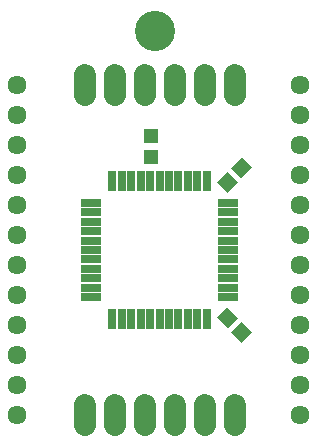
<source format=gts>
G75*
G70*
%OFA0B0*%
%FSLAX24Y24*%
%IPPOS*%
%LPD*%
%AMOC8*
5,1,8,0,0,1.08239X$1,22.5*
%
%ADD10C,0.1340*%
%ADD11C,0.0635*%
%ADD12R,0.0671X0.0277*%
%ADD13R,0.0277X0.0671*%
%ADD14R,0.0513X0.0474*%
%ADD15R,0.0474X0.0513*%
%ADD16C,0.0720*%
G36*
X008885Y004382D02*
X008524Y004743D01*
X008859Y005078D01*
X009220Y004717D01*
X008885Y004382D01*
G37*
G36*
X009359Y003909D02*
X008998Y004270D01*
X009333Y004605D01*
X009694Y004244D01*
X009359Y003909D01*
G37*
G36*
X009220Y009270D02*
X008859Y008909D01*
X008524Y009244D01*
X008885Y009605D01*
X009220Y009270D01*
G37*
G36*
X009694Y009743D02*
X009333Y009382D01*
X008998Y009717D01*
X009359Y010078D01*
X009694Y009743D01*
G37*
D10*
X006459Y014294D03*
D11*
X001859Y001494D03*
X001859Y002494D03*
X001859Y003494D03*
X001859Y004494D03*
X001859Y005494D03*
X001859Y006494D03*
X001859Y007494D03*
X001859Y008494D03*
X001859Y009494D03*
X001859Y010494D03*
X001859Y011494D03*
X001859Y012494D03*
G36*
X009220Y009270D02*
X008859Y008909D01*
X008524Y009244D01*
X008885Y009605D01*
X009220Y009270D01*
G37*
G36*
X009694Y009743D02*
X009333Y009382D01*
X008998Y009717D01*
X009359Y010078D01*
X009694Y009743D01*
G37*
X011284Y009494D03*
X011284Y010494D03*
X011284Y011494D03*
X011284Y012494D03*
X011284Y008494D03*
X011284Y007494D03*
X011284Y006494D03*
X011284Y005494D03*
X011284Y004494D03*
X011284Y003494D03*
X011284Y002494D03*
X011284Y001494D03*
G36*
X009359Y003909D02*
X008998Y004270D01*
X009333Y004605D01*
X009694Y004244D01*
X009359Y003909D01*
G37*
G36*
X008885Y004382D02*
X008524Y004743D01*
X008859Y005078D01*
X009220Y004717D01*
X008885Y004382D01*
G37*
G36*
X008885Y004382D02*
X008524Y004743D01*
X008859Y005078D01*
X009220Y004717D01*
X008885Y004382D01*
G37*
G36*
X009359Y003909D02*
X008998Y004270D01*
X009333Y004605D01*
X009694Y004244D01*
X009359Y003909D01*
G37*
D12*
X008892Y005419D03*
X008892Y005734D03*
X008892Y006049D03*
X008892Y006364D03*
X008892Y006679D03*
X008892Y006994D03*
X008892Y007309D03*
X008892Y007624D03*
X008892Y007939D03*
X008892Y008254D03*
X008892Y008569D03*
G36*
X009220Y009270D02*
X008859Y008909D01*
X008524Y009244D01*
X008885Y009605D01*
X009220Y009270D01*
G37*
G36*
X009694Y009743D02*
X009333Y009382D01*
X008998Y009717D01*
X009359Y010078D01*
X009694Y009743D01*
G37*
X004325Y008569D03*
X004325Y008254D03*
X004325Y007939D03*
X004325Y007624D03*
X004325Y007309D03*
X004325Y006994D03*
X004325Y006679D03*
X004325Y006364D03*
X004325Y006049D03*
X004325Y005734D03*
X004325Y005419D03*
D13*
X005034Y004710D03*
X005349Y004710D03*
X005664Y004710D03*
X005979Y004710D03*
X006294Y004710D03*
X006609Y004710D03*
X006924Y004710D03*
X007239Y004710D03*
X007554Y004710D03*
X007869Y004710D03*
X008184Y004710D03*
G36*
X008885Y004382D02*
X008524Y004743D01*
X008859Y005078D01*
X009220Y004717D01*
X008885Y004382D01*
G37*
G36*
X009359Y003909D02*
X008998Y004270D01*
X009333Y004605D01*
X009694Y004244D01*
X009359Y003909D01*
G37*
G36*
X009220Y009270D02*
X008859Y008909D01*
X008524Y009244D01*
X008885Y009605D01*
X009220Y009270D01*
G37*
G36*
X009694Y009743D02*
X009333Y009382D01*
X008998Y009717D01*
X009359Y010078D01*
X009694Y009743D01*
G37*
X008184Y009277D03*
X007869Y009277D03*
X007554Y009277D03*
X007239Y009277D03*
X006924Y009277D03*
X006609Y009277D03*
X006294Y009277D03*
X005979Y009277D03*
X005664Y009277D03*
X005349Y009277D03*
X005034Y009277D03*
G36*
X009220Y009270D02*
X008859Y008909D01*
X008524Y009244D01*
X008885Y009605D01*
X009220Y009270D01*
G37*
G36*
X009694Y009743D02*
X009333Y009382D01*
X008998Y009717D01*
X009359Y010078D01*
X009694Y009743D01*
G37*
G36*
X008885Y004382D02*
X008524Y004743D01*
X008859Y005078D01*
X009220Y004717D01*
X008885Y004382D01*
G37*
G36*
X009359Y003909D02*
X008998Y004270D01*
X009333Y004605D01*
X009694Y004244D01*
X009359Y003909D01*
G37*
G36*
X009359Y003909D02*
X008998Y004270D01*
X009333Y004605D01*
X009694Y004244D01*
X009359Y003909D01*
G37*
G36*
X008885Y004382D02*
X008524Y004743D01*
X008859Y005078D01*
X009220Y004717D01*
X008885Y004382D01*
G37*
G36*
X009220Y009270D02*
X008859Y008909D01*
X008524Y009244D01*
X008885Y009605D01*
X009220Y009270D01*
G37*
G36*
X009694Y009743D02*
X009333Y009382D01*
X008998Y009717D01*
X009359Y010078D01*
X009694Y009743D01*
G37*
D15*
X006309Y010109D03*
X006309Y010779D03*
D16*
X006109Y012174D02*
X006109Y012814D01*
X005109Y012814D02*
X005109Y012174D01*
X004109Y012174D02*
X004109Y012814D01*
X007109Y012814D02*
X007109Y012174D01*
X008109Y012174D02*
X008109Y012814D01*
X009109Y012814D02*
X009109Y012174D01*
G36*
X009694Y009743D02*
X009333Y009382D01*
X008998Y009717D01*
X009359Y010078D01*
X009694Y009743D01*
G37*
G36*
X009220Y009270D02*
X008859Y008909D01*
X008524Y009244D01*
X008885Y009605D01*
X009220Y009270D01*
G37*
G36*
X008885Y004382D02*
X008524Y004743D01*
X008859Y005078D01*
X009220Y004717D01*
X008885Y004382D01*
G37*
G36*
X009359Y003909D02*
X008998Y004270D01*
X009333Y004605D01*
X009694Y004244D01*
X009359Y003909D01*
G37*
X009109Y001814D02*
X009109Y001174D01*
X008109Y001174D02*
X008109Y001814D01*
X007109Y001814D02*
X007109Y001174D01*
X006109Y001174D02*
X006109Y001814D01*
X005109Y001814D02*
X005109Y001174D01*
X004109Y001174D02*
X004109Y001814D01*
M02*

</source>
